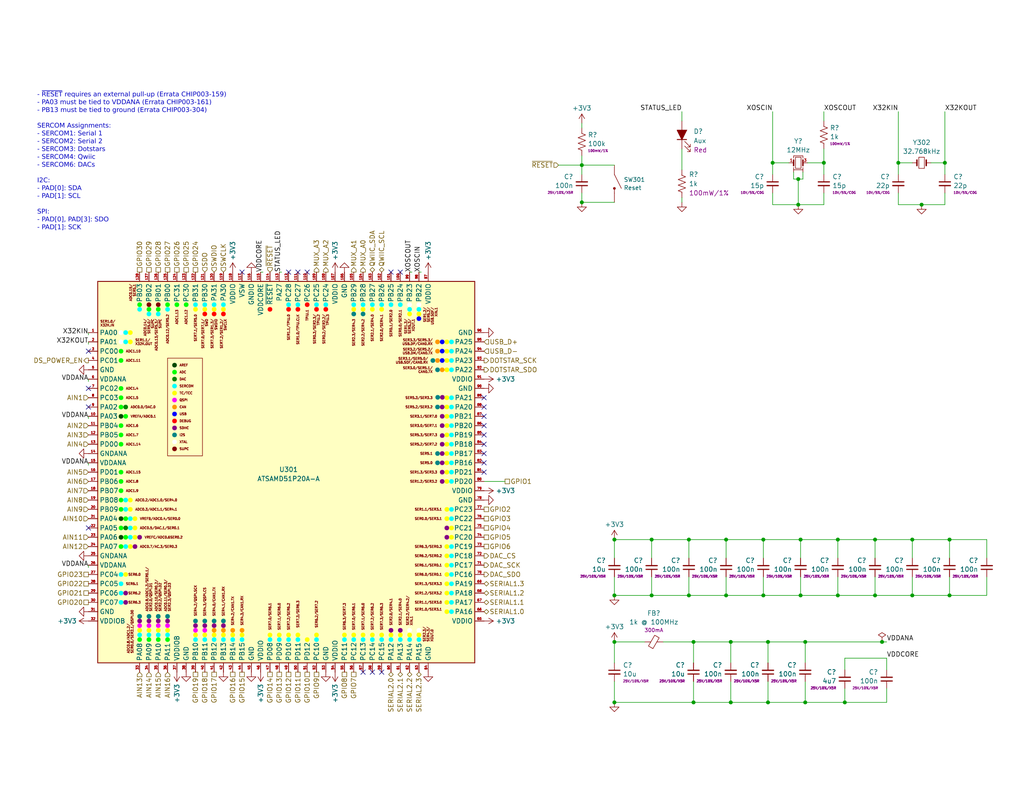
<source format=kicad_sch>
(kicad_sch (version 20230121) (generator eeschema)
  (paper "USLetter")
  (title_block (title "Hubble Motherboard") (date "2021-11-20") (rev "v3") (company "Winterbloom") (comment 1 "Alethea Flowers") (comment 2 "CERN-OHL-P V2") (comment 3 "hubble.wntr.dev"))
  (junction (at 228.6 162.56))
  (junction (at 167.64 175.26))
  (junction (at 219.71 191.77))
  (junction (at 210.82 44.45))
  (junction (at 199.39 175.26))
  (junction (at 158.75 55.245))
  (junction (at 230.505 191.77))
  (junction (at 198.12 162.56))
  (junction (at 158.75 45.085))
  (junction (at 187.96 147.32))
  (junction (at 240.665 175.26))
  (junction (at 198.12 147.32))
  (junction (at 167.64 191.77))
  (junction (at 208.28 147.32))
  (junction (at 219.71 175.26))
  (junction (at 189.23 175.26))
  (junction (at 208.28 162.56))
  (junction (at 209.55 191.77))
  (junction (at 167.64 162.56))
  (junction (at 199.39 191.77))
  (junction (at 228.6 147.32))
  (junction (at 187.96 162.56))
  (junction (at 217.805 55.88))
  (junction (at 218.44 147.32))
  (junction (at 224.79 44.45))
  (junction (at 189.23 191.77))
  (junction (at 217.805 48.895))
  (junction (at 248.92 147.32))
  (junction (at 259.08 162.56))
  (junction (at 238.76 147.32))
  (junction (at 238.76 162.56))
  (junction (at 257.81 44.45))
  (junction (at 177.8 147.32))
  (junction (at 209.55 175.26))
  (junction (at 248.92 162.56))
  (junction (at 245.11 44.45))
  (junction (at 177.8 162.56))
  (junction (at 167.64 147.32))
  (junction (at 259.08 147.32))
  (junction (at 251.46 55.88))
  (junction (at 218.44 162.56))
  (no_connect (at 24.13 106.045))
  (no_connect (at 132.08 126.365))
  (no_connect (at 99.06 183.515))
  (no_connect (at 106.68 74.295))
  (no_connect (at 132.08 121.285))
  (no_connect (at 132.08 108.585))
  (no_connect (at 104.14 183.515))
  (no_connect (at 24.13 111.125))
  (no_connect (at 132.08 123.825))
  (no_connect (at 83.82 74.295))
  (no_connect (at 132.08 113.665))
  (no_connect (at 109.22 74.295))
  (no_connect (at 81.28 74.295))
  (no_connect (at 101.6 183.515))
  (no_connect (at 132.08 128.905))
  (no_connect (at 132.08 116.205))
  (no_connect (at 24.13 95.885))
  (no_connect (at 132.08 111.125))
  (no_connect (at 132.08 118.745))
  (no_connect (at 24.13 144.145))
  (no_connect (at 78.74 74.295))
  (no_connect (at 66.04 74.295))
  (wire (pts (xy 228.6 157.48) (xy 228.6 162.56)))
  (wire (pts (xy 230.505 191.77) (xy 230.505 187.96)))
  (wire (pts (xy 208.28 147.32) (xy 218.44 147.32)))
  (wire (pts (xy 177.8 162.56) (xy 187.96 162.56)))
  (wire (pts (xy 189.23 186.055) (xy 189.23 191.77)))
  (wire (pts (xy 257.81 55.88) (xy 257.81 52.705)))
  (wire (pts (xy 224.79 44.45) (xy 224.79 47.625)))
  (wire (pts (xy 199.39 191.77) (xy 209.55 191.77)))
  (wire (pts (xy 24.13 127) (xy 24.13 126.365)))
  (wire (pts (xy 218.44 162.56) (xy 228.6 162.56)))
  (wire (pts (xy 217.805 55.88) (xy 224.79 55.88)))
  (wire (pts (xy 167.64 191.77) (xy 189.23 191.77)))
  (wire (pts (xy 216.535 48.895) (xy 217.805 48.895)))
  (wire (pts (xy 228.6 147.32) (xy 238.76 147.32)))
  (wire (pts (xy 224.79 55.88) (xy 224.79 52.705)))
  (wire (pts (xy 241.935 179.705) (xy 241.935 182.88)))
  (wire (pts (xy 248.92 157.48) (xy 248.92 162.56)))
  (wire (pts (xy 257.81 44.45) (xy 257.81 47.625)))
  (wire (pts (xy 210.82 30.48) (xy 210.82 44.45)))
  (wire (pts (xy 158.75 42.545) (xy 158.75 45.085)))
  (wire (pts (xy 210.82 52.705) (xy 210.82 55.88)))
  (wire (pts (xy 259.08 157.48) (xy 259.08 162.56)))
  (wire (pts (xy 238.76 157.48) (xy 238.76 162.56)))
  (wire (pts (xy 218.44 152.4) (xy 218.44 147.32)))
  (wire (pts (xy 158.75 45.085) (xy 167.64 45.085)))
  (wire (pts (xy 209.55 191.77) (xy 219.71 191.77)))
  (wire (pts (xy 208.28 147.32) (xy 208.28 152.4)))
  (wire (pts (xy 259.08 147.32) (xy 259.08 152.4)))
  (wire (pts (xy 167.64 147.32) (xy 177.8 147.32)))
  (wire (pts (xy 177.8 157.48) (xy 177.8 162.56)))
  (wire (pts (xy 198.12 147.32) (xy 208.28 147.32)))
  (wire (pts (xy 187.96 157.48) (xy 187.96 162.56)))
  (wire (pts (xy 219.71 186.055) (xy 219.71 191.77)))
  (wire (pts (xy 259.08 147.32) (xy 269.24 147.32)))
  (wire (pts (xy 241.935 187.96) (xy 241.935 191.77)))
  (wire (pts (xy 167.64 55.245) (xy 158.75 55.245)))
  (wire (pts (xy 228.6 162.56) (xy 238.76 162.56)))
  (wire (pts (xy 137.795 131.445) (xy 132.08 131.445)))
  (wire (pts (xy 167.64 162.56) (xy 177.8 162.56)))
  (wire (pts (xy 259.08 162.56) (xy 269.24 162.56)))
  (wire (pts (xy 224.79 40.64) (xy 224.79 44.45)))
  (wire (pts (xy 241.935 175.26) (xy 240.665 175.26)))
  (wire (pts (xy 167.64 157.48) (xy 167.64 162.56)))
  (wire (pts (xy 177.8 152.4) (xy 177.8 147.32)))
  (wire (pts (xy 218.44 157.48) (xy 218.44 162.56)))
  (wire (pts (xy 187.96 147.32) (xy 187.96 152.4)))
  (wire (pts (xy 187.96 147.32) (xy 198.12 147.32)))
  (wire (pts (xy 158.75 33.655) (xy 158.75 34.925)))
  (wire (pts (xy 245.11 44.45) (xy 248.92 44.45)))
  (wire (pts (xy 167.64 186.055) (xy 167.64 191.77)))
  (wire (pts (xy 257.81 30.48) (xy 257.81 44.45)))
  (wire (pts (xy 219.71 175.26) (xy 219.71 180.975)))
  (wire (pts (xy 24.13 93.98) (xy 24.13 93.345)))
  (wire (pts (xy 76.2 74.295) (xy 76.835 74.295)))
  (wire (pts (xy 248.92 162.56) (xy 259.08 162.56)))
  (wire (pts (xy 217.805 48.895) (xy 217.805 55.88)))
  (wire (pts (xy 167.64 147.32) (xy 167.64 152.4)))
  (wire (pts (xy 248.92 152.4) (xy 248.92 147.32)))
  (wire (pts (xy 189.23 175.26) (xy 199.39 175.26)))
  (wire (pts (xy 71.755 74.295) (xy 71.12 74.295)))
  (wire (pts (xy 210.82 55.88) (xy 217.805 55.88)))
  (wire (pts (xy 228.6 152.4) (xy 228.6 147.32)))
  (wire (pts (xy 219.075 46.99) (xy 219.075 48.895)))
  (wire (pts (xy 254 44.45) (xy 257.81 44.45)))
  (wire (pts (xy 251.46 55.88) (xy 257.81 55.88)))
  (wire (pts (xy 245.11 44.45) (xy 245.11 47.625)))
  (wire (pts (xy 218.44 147.32) (xy 228.6 147.32)))
  (wire (pts (xy 114.935 74.295) (xy 114.3 74.295)))
  (wire (pts (xy 186.055 53.975) (xy 186.055 55.245)))
  (wire (pts (xy 245.11 52.705) (xy 245.11 55.88)))
  (wire (pts (xy 230.505 179.705) (xy 241.935 179.705)))
  (wire (pts (xy 269.24 157.48) (xy 269.24 162.56)))
  (wire (pts (xy 238.76 162.56) (xy 248.92 162.56)))
  (wire (pts (xy 198.12 152.4) (xy 198.12 147.32)))
  (wire (pts (xy 209.55 175.26) (xy 219.71 175.26)))
  (wire (pts (xy 230.505 182.88) (xy 230.505 179.705)))
  (wire (pts (xy 24.13 114.3) (xy 24.13 113.665)))
  (wire (pts (xy 219.71 191.77) (xy 230.505 191.77)))
  (wire (pts (xy 112.395 74.295) (xy 111.76 74.295)))
  (wire (pts (xy 217.805 48.895) (xy 219.075 48.895)))
  (wire (pts (xy 189.23 180.975) (xy 189.23 175.26)))
  (wire (pts (xy 210.82 47.625) (xy 210.82 44.45)))
  (wire (pts (xy 208.28 157.48) (xy 208.28 162.56)))
  (wire (pts (xy 238.76 147.32) (xy 238.76 152.4)))
  (wire (pts (xy 241.935 191.77) (xy 230.505 191.77)))
  (wire (pts (xy 189.23 191.77) (xy 199.39 191.77)))
  (wire (pts (xy 158.75 47.625) (xy 158.75 45.085)))
  (wire (pts (xy 186.055 30.48) (xy 186.055 33.02)))
  (wire (pts (xy 177.8 147.32) (xy 187.96 147.32)))
  (wire (pts (xy 158.75 55.245) (xy 158.75 52.705)))
  (wire (pts (xy 216.535 46.99) (xy 216.535 48.895)))
  (wire (pts (xy 210.82 44.45) (xy 215.265 44.45)))
  (wire (pts (xy 199.39 186.055) (xy 199.39 191.77)))
  (wire (pts (xy 269.24 147.32) (xy 269.24 152.4)))
  (wire (pts (xy 199.39 175.26) (xy 199.39 180.975)))
  (wire (pts (xy 186.055 46.355) (xy 186.055 40.64)))
  (wire (pts (xy 224.79 33.02) (xy 224.79 30.48)))
  (wire (pts (xy 167.64 180.975) (xy 167.64 175.26)))
  (wire (pts (xy 24.13 154.94) (xy 24.13 154.305)))
  (wire (pts (xy 245.11 30.48) (xy 245.11 44.45)))
  (wire (pts (xy 209.55 180.975) (xy 209.55 175.26)))
  (wire (pts (xy 152.4 45.085) (xy 158.75 45.085)))
  (wire (pts (xy 240.665 175.26) (xy 219.71 175.26)))
  (wire (pts (xy 198.12 157.48) (xy 198.12 162.56)))
  (wire (pts (xy 199.39 175.26) (xy 209.55 175.26)))
  (wire (pts (xy 248.92 147.32) (xy 259.08 147.32)))
  (wire (pts (xy 24.13 104.14) (xy 24.13 103.505)))
  (wire (pts (xy 238.76 147.32) (xy 248.92 147.32)))
  (wire (pts (xy 198.12 162.56) (xy 208.28 162.56)))
  (wire (pts (xy 209.55 186.055) (xy 209.55 191.77)))
  (wire (pts (xy 220.345 44.45) (xy 224.79 44.45)))
  (wire (pts (xy 187.96 162.56) (xy 198.12 162.56)))
  (wire (pts (xy 245.11 55.88) (xy 251.46 55.88)))
  (wire (pts (xy 180.975 175.26) (xy 189.23 175.26)))
  (wire (pts (xy 208.28 162.56) (xy 218.44 162.56)))
  (wire (pts (xy 167.64 175.26) (xy 175.895 175.26)))
  (wire (pts (xy 24.13 91.44) (xy 24.13 90.805)))
  (text "- ~{RESET} requires an external pull-up (Errata CHIP003-159)\n- PA03 must be tied to VDDANA (Errata CHIP003-161)\n- PB13 must be tied to ground (Errata CHIP003-304)\n\nSERCOM Assignments:\n- SERCOM1: Serial 1\n- SERCOM2: Serial 2\n- SERCOM3: Dotstars\n- SERCOM4: Qwiic\n- SERCOM6: DACs\n\nI2C:\n- PAD[0]: SDA\n- PAD[1]: SCL\n\nSPI:\n- PAD[0], PAD[3]: SDO\n- PAD[1]: SCK" (at 10.16 63.5 0) (effects (font (size 1.27 1.27)) (justify left bottom)))
  (label "XOSCIN" (at 114.935 74.295 90))
  (label "VDDCORE" (at 71.755 74.295 90))
  (label "VDDANA" (at 24.13 104.14 180))
  (label "XOSCIN" (at 210.82 30.48 180))
  (label "STATUS_LED" (at 186.055 30.48 180))
  (label "VDDANA" (at 24.13 114.3 180))
  (label "X32KIN" (at 24.13 91.44 180))
  (label "VDDANA" (at 24.13 154.94 180))
  (label "VDDANA" (at 24.13 127 180))
  (label "VDDANA" (at 241.935 175.26 0))
  (label "X32KOUT" (at 257.81 30.48 0))
  (label "VDDCORE" (at 241.935 179.705 0))
  (label "STATUS_LED" (at 76.835 74.295 90))
  (label "X32KIN" (at 245.11 30.48 180))
  (label "XOSCOUT" (at 224.79 30.48 0))
  (label "XOSCOUT" (at 112.395 74.295 90))
  (label "X32KOUT" (at 24.13 93.98 180))
  (hierarchical_label "SERIAL1.3" (shape bidirectional) (at 132.08 159.385 0))
  (hierarchical_label "GPIO16" (shape passive) (at 63.5 183.515 270))
  (hierarchical_label "AIN15" (shape input) (at 43.18 183.515 270))
  (hierarchical_label "SERIAL2.2" (shape bidirectional) (at 111.76 183.515 270))
  (hierarchical_label "DOTSTAR_SCK" (shape output) (at 132.08 98.425 0))
  (hierarchical_label "SERIAL2.1" (shape bidirectional) (at 109.22 183.515 270))
  (hierarchical_label "USB_D+" (shape input) (at 132.08 93.345 0))
  (hierarchical_label "GPIO2" (shape passive) (at 132.08 139.065 0))
  (hierarchical_label "AIN13" (shape input) (at 38.1 183.515 270))
  (hierarchical_label "GPIO13" (shape passive) (at 76.2 183.515 270))
  (hierarchical_label "DAC_CS" (shape output) (at 132.08 151.765 0))
  (hierarchical_label "AIN10" (shape input) (at 24.13 141.605 180))
  (hierarchical_label "MUX_A1" (shape output) (at 96.52 74.295 90))
  (hierarchical_label "GPIO5" (shape passive) (at 132.08 146.685 0))
  (hierarchical_label "SERIAL1.2" (shape bidirectional) (at 132.08 161.925 0))
  (hierarchical_label "SDO" (shape input) (at 55.88 74.295 90))
  (hierarchical_label "SWCLK" (shape input) (at 60.96 74.295 90))
  (hierarchical_label "GPIO21" (shape passive) (at 24.13 161.925 180))
  (hierarchical_label "SERIAL1.0" (shape bidirectional) (at 132.08 167.005 0))
  (hierarchical_label "GPIO26" (shape passive) (at 48.26 74.295 90))
  (hierarchical_label "GPIO30" (shape passive) (at 38.1 74.295 90))
  (hierarchical_label "GPIO11" (shape passive) (at 81.28 183.515 270))
  (hierarchical_label "AIN2" (shape input) (at 24.13 116.205 180))
  (hierarchical_label "AIN8" (shape input) (at 24.13 136.525 180))
  (hierarchical_label "AIN14" (shape input) (at 40.64 183.515 270))
  (hierarchical_label "DS_POWER_EN" (shape output) (at 24.13 98.425 180))
  (hierarchical_label "DAC_SCK" (shape output) (at 132.08 154.305 0))
  (hierarchical_label "AIN3" (shape input) (at 24.13 118.745 180))
  (hierarchical_label "GPIO24" (shape passive) (at 53.34 74.295 90))
  (hierarchical_label "GPIO29" (shape passive) (at 40.64 74.295 90))
  (hierarchical_label "AIN4" (shape input) (at 24.13 121.285 180))
  (hierarchical_label "GPIO23" (shape passive) (at 24.13 156.845 180))
  (hierarchical_label "USB_D-" (shape input) (at 132.08 95.885 0))
  (hierarchical_label "AIN11" (shape input) (at 24.13 146.685 180))
  (hierarchical_label "~{RESET}" (shape input) (at 73.66 74.295 90))
  (hierarchical_label "SERIAL1.1" (shape bidirectional) (at 132.08 164.465 0))
  (hierarchical_label "GPIO7" (shape passive) (at 96.52 183.515 270))
  (hierarchical_label "GPIO18" (shape passive) (at 55.88 183.515 270))
  (hierarchical_label "GPIO19" (shape passive) (at 53.34 183.515 270))
  (hierarchical_label "DAC_SDO" (shape output) (at 132.08 156.845 0))
  (hierarchical_label "GPIO15" (shape passive) (at 66.04 183.515 270))
  (hierarchical_label "AIN7" (shape input) (at 24.13 133.985 180))
  (hierarchical_label "MUX_A3" (shape output) (at 86.36 74.295 90))
  (hierarchical_label "GPIO6" (shape passive) (at 132.08 149.225 0))
  (hierarchical_label "GPIO27" (shape passive) (at 45.72 74.295 90))
  (hierarchical_label "GPIO4" (shape passive) (at 132.08 144.145 0))
  (hierarchical_label "SERIAL2.3" (shape bidirectional) (at 114.3 183.515 270))
  (hierarchical_label "~{RESET}" (shape input) (at 152.4 45.085 180))
  (hierarchical_label "MUX_A2" (shape output) (at 88.9 74.295 90))
  (hierarchical_label "GPIO14" (shape passive) (at 73.66 183.515 270))
  (hierarchical_label "GPIO17" (shape passive) (at 58.42 183.515 270))
  (hierarchical_label "GPIO9" (shape passive) (at 86.36 183.515 270))
  (hierarchical_label "QWIIC_SDA" (shape bidirectional) (at 101.6 74.295 90))
  (hierarchical_label "AIN9" (shape input) (at 24.13 139.065 180))
  (hierarchical_label "SERIAL2.0" (shape bidirectional) (at 106.68 183.515 270))
  (hierarchical_label "AIN12" (shape input) (at 24.13 149.225 180))
  (hierarchical_label "AIN5" (shape input) (at 24.13 128.905 180))
  (hierarchical_label "AIN1" (shape input) (at 24.13 108.585 180))
  (hierarchical_label "GPIO28" (shape passive) (at 43.18 74.295 90))
  (hierarchical_label "DOTSTAR_SDO" (shape output) (at 132.08 100.965 0))
  (hierarchical_label "GPIO8" (shape passive) (at 93.98 183.515 270))
  (hierarchical_label "GPIO20" (shape passive) (at 24.13 164.465 180))
  (hierarchical_label "QWIIC_SCL" (shape bidirectional) (at 104.14 74.295 90))
  (hierarchical_label "GPIO25" (shape passive) (at 50.8 74.295 90))
  (hierarchical_label "AIN16" (shape input) (at 45.72 183.515 270))
  (hierarchical_label "SWDIO" (shape input) (at 58.42 74.295 90))
  (hierarchical_label "GPIO22" (shape passive) (at 24.13 159.385 180))
  (hierarchical_label "GPIO10" (shape passive) (at 83.82 183.515 270))
  (hierarchical_label "AIN6" (shape input) (at 24.13 131.445 180))
  (hierarchical_label "GPIO12" (shape passive) (at 78.74 183.515 270))
  (hierarchical_label "GPIO3" (shape passive) (at 132.08 141.605 0))
  (hierarchical_label "GPIO1" (shape passive) (at 137.795 131.445 0))
  (hierarchical_label "MUX_A0" (shape output) (at 99.06 74.295 90))
  (symbol (lib_id "Device:Crystal_Small") (at 251.46 44.45 0) (unit 1)
    (property "Reference" "Y302" (at 251.46 38.9087 0))
    (property "Value" "32.768kHz" (at 251.46 41.3329 0))
    (property "Footprint" "Crystal:Crystal_SMD_2012-2Pin_2.0x1.2mm_HandSoldering" (effects hide))
  )
  (symbol (lib_id "Device:C_Small") (at 167.64 154.94 0) (mirror x) (unit 1)
    (property "Reference" "C?" (at 165.3159 153.0162 0) (effects (justify right)))
    (property "Value" "10u" (at 165.3159 155.4404 0) (effects (justify right)))
    (property "Footprint" "winterbloom:C_0805_HandSolder" (effects hide))
    (property "Notes" "Bulk/bypass" (effects hide))
    (property "Rating" "25V/10%/X5R" (at 165.3159 157.3578 0) (effects (font (size 0.64 0.64)) (justify right)))
    (property "MPN" "GRM21BR61E106KA73K" (effects hide))
    (instances (project "board" (path "" (reference "C?") (unit 1))) (project "mainboard" (path "" (reference "C?") (unit 1))) (project "VCA" (path "" (reference "C?") (unit 1)) (path "" (reference "C?") (unit 1))) (project "hubble" (path "" (reference "C?") (unit 1)) (path "" (reference "C306") (unit 1))))
  )
  (symbol (lib_id "power:GND") (at 24.13 167.005 270) (unit 1)
    (property "Reference" "#PWR0321" (effects hide))
    (property "Value" "GND" (effects hide))
  )
  (symbol (lib_id "Device:C_Small") (at 269.24 154.94 0) (mirror x) (unit 1)
    (property "Reference" "C?" (at 266.9159 153.0162 0) (effects (justify right)))
    (property "Value" "100n" (at 266.9159 155.4404 0) (effects (justify right)))
    (property "Footprint" "winterbloom:C_0603_HandSolder" (effects hide))
    (property "Notes" "Bypass" (effects hide))
    (property "Rating" "25V/10%/X5R" (at 266.9159 157.3578 0) (effects (font (size 0.64 0.64)) (justify right)))
    (instances (project "board" (path "" (reference "C?") (unit 1))) (project "mainboard" (path "" (reference "C?") (unit 1))) (project "VCA" (path "" (reference "C?") (unit 1)) (path "" (reference "C?") (unit 1))) (project "hubble" (path "" (reference "C?") (unit 1)) (path "" (reference "C323") (unit 1))))
  )
  (symbol (lib_id "Device:FerriteBead_Small") (at 178.435 175.26 90) (unit 1)
    (property "Reference" "FB?" (at 178.3969 167.4243 90))
    (property "Value" "1k @ 100MHz" (at 178.3969 169.8485 90))
    (property "Footprint" "winterbloom:L_0603_HandSolder" (effects hide))
    (property "MPN" "BLM18BD121SN1D" (effects hide))
    (property "Notes" "Power filter" (effects hide))
    (property "Rating" "300mA" (at 178.3969 172.0554 90) (effects (font (size 1 1))))
    (instances (project "mainboard" (path "" (reference "FB?") (unit 1))) (project "hubble" (path "" (reference "FB301") (unit 1))))
  )
  (symbol (lib_id "power:+3V3") (at 167.64 175.26 0) (unit 1)
    (property "Reference" "#PWR0324" (effects hide))
    (property "Value" "+3V3" (at 167.64 171.1269 0))
  )
  (symbol (lib_id "Device:C_Small") (at 257.81 50.165 0) (unit 1)
    (property "Reference" "C?" (at 260.1341 48.2539 0) (effects (justify left)))
    (property "Value" "22p" (at 260.1341 50.6781 0) (effects (justify left)))
    (property "Footprint" "winterbloom:C_0603_HandSolder" (effects hide))
    (property "Rating" "10V/5%/C0G" (at 260.1341 52.5955 0) (effects (font (size 0.64 0.64)) (justify left)))
    (instances (project "starfish" (path "" (reference "C?") (unit 1))) (project "hubble" (path "" (reference "C305") (unit 1))))
  )
  (symbol (lib_id "power:GND") (at 24.13 100.965 270) (unit 1)
    (property "Reference" "#PWR0312" (effects hide))
    (property "Value" "GND" (effects hide))
  )
  (symbol (lib_id "winterbloom:ATSAMD51P20A-A") (at 78.74 128.905 0) (unit 1)
    (property "Reference" "U301" (at 78.74 128.905 0) (effects (justify bottom)))
    (property "Value" "ATSAMD51P20A-A" (at 78.74 131.445 0) (effects (justify bottom)))
    (property "Footprint" "Package_QFP:TQFP-128_14x14mm_P0.4mm" (effects hide))
    (property "Datasheet" "http://ww1.microchip.com/downloads/en/DeviceDoc/60001507E.pdf" (effects hide))
    (property "MPN" "ATSAMD51P20A-A" (effects hide))
  )
  (symbol (lib_id "power:+3V3") (at 167.64 147.32 0) (unit 1)
    (property "Reference" "#PWR0318" (effects hide))
    (property "Value" "+3V3" (at 167.64 143.1869 0))
  )
  (symbol (lib_id "power:GND") (at 132.08 90.805 90) (unit 1)
    (property "Reference" "#PWR0311" (effects hide))
    (property "Value" "GND" (effects hide))
  )
  (symbol (lib_id "Device:C_Small") (at 224.79 50.165 0) (unit 1)
    (property "Reference" "C?" (at 227.1141 48.2539 0) (effects (justify left)))
    (property "Value" "15p" (at 227.1141 50.6781 0) (effects (justify left)))
    (property "Footprint" "winterbloom:C_0603_HandSolder" (effects hide))
    (property "Rating" "10V/5%/C0G" (at 227.1141 52.5955 0) (effects (font (size 0.64 0.64)) (justify left)))
    (instances (project "starfish" (path "" (reference "C?") (unit 1))) (project "hubble" (path "" (reference "C303") (unit 1))))
  )
  (symbol (lib_id "power:GND") (at 116.84 183.515 0) (unit 1)
    (property "Reference" "#PWR0332" (effects hide))
    (property "Value" "GND" (effects hide))
  )
  (symbol (lib_id "power:+3V3") (at 71.12 183.515 180) (unit 1)
    (property "Reference" "#PWR0329" (effects hide))
    (property "Value" "+3V3" (at 71.12 186.69 90) (effects (justify left)))
  )
  (symbol (lib_id "power:+3V3") (at 132.08 103.505 270) (unit 1)
    (property "Reference" "#PWR0313" (effects hide))
    (property "Value" "+3V3" (at 135.255 103.505 90) (effects (justify left)))
  )
  (symbol (lib_id "power:GND") (at 132.08 106.045 90) (unit 1)
    (property "Reference" "#PWR0314" (effects hide))
    (property "Value" "GND" (effects hide))
  )
  (symbol (lib_id "Device:C_Small") (at 228.6 154.94 0) (mirror x) (unit 1)
    (property "Reference" "C?" (at 226.2759 153.0162 0) (effects (justify right)))
    (property "Value" "100n" (at 226.2759 155.4404 0) (effects (justify right)))
    (property "Footprint" "winterbloom:C_0603_HandSolder" (effects hide))
    (property "Notes" "Bypass" (effects hide))
    (property "Rating" "25V/10%/X5R" (at 226.2759 157.3578 0) (effects (font (size 0.64 0.64)) (justify right)))
    (instances (project "board" (path "" (reference "C?") (unit 1))) (project "mainboard" (path "" (reference "C?") (unit 1))) (project "VCA" (path "" (reference "C?") (unit 1)) (path "" (reference "C?") (unit 1))) (project "hubble" (path "" (reference "C?") (unit 1)) (path "" (reference "C312") (unit 1))))
  )
  (symbol (lib_id "power:+3V3") (at 63.5 74.295 0) (unit 1)
    (property "Reference" "#PWR0306" (effects hide))
    (property "Value" "+3V3" (at 63.5 71.12 90) (effects (justify left)))
  )
  (symbol (lib_id "power:GND") (at 167.64 191.77 0) (unit 1)
    (property "Reference" "#PWR0333" (effects hide))
    (property "Value" "GND" (effects hide))
  )
  (symbol (lib_id "Device:R_US") (at 224.79 36.83 0) (unit 1)
    (property "Reference" "R?" (at 226.441 34.9126 0) (effects (justify left)))
    (property "Value" "1k" (at 226.441 37.3368 0) (effects (justify left)))
    (property "Footprint" "winterbloom:R_0603_HandSolder" (effects hide))
    (property "Rating" "100mW/1%" (at 226.441 39.2542 0) (effects (font (size 0.64 0.64)) (justify left)))
    (instances (project "starfish" (path "" (reference "R?") (unit 1))) (project "hubble" (path "" (reference "R301") (unit 1))))
  )
  (symbol (lib_id "Device:C_Small") (at 189.23 183.515 0) (mirror x) (unit 1)
    (property "Reference" "C?" (at 186.9059 181.5912 0) (effects (justify right)))
    (property "Value" "10u" (at 186.9059 184.0154 0) (effects (justify right)))
    (property "Footprint" "winterbloom:C_0805_HandSolder" (effects hide))
    (property "Notes" "Bulk/bypass" (effects hide))
    (property "Rating" "25V/10%/X5R" (at 186.9059 185.9328 0) (effects (font (size 0.64 0.64)) (justify right)))
    (property "MPN" "GRM21BR61E106KA73K" (effects hide))
    (instances (project "board" (path "" (reference "C?") (unit 1))) (project "mainboard" (path "" (reference "C?") (unit 1))) (project "VCA" (path "" (reference "C?") (unit 1)) (path "" (reference "C?") (unit 1))) (project "hubble" (path "" (reference "C?") (unit 1)) (path "" (reference "C317") (unit 1))))
  )
  (symbol (lib_id "Device:C_Small") (at 210.82 50.165 0) (unit 1)
    (property "Reference" "C?" (at 208.4959 48.2539 0) (effects (justify right)))
    (property "Value" "15p" (at 208.4959 50.6781 0) (effects (justify right)))
    (property "Footprint" "winterbloom:C_0603_HandSolder" (effects hide))
    (property "Rating" "10V/5%/C0G" (at 208.4959 52.5955 0) (effects (font (size 0.64 0.64)) (justify right)))
    (instances (project "starfish" (path "" (reference "C?") (unit 1))) (project "hubble" (path "" (reference "C302") (unit 1))))
  )
  (symbol (lib_id "power:GND") (at 132.08 136.525 90) (unit 1)
    (property "Reference" "#PWR0317" (effects hide))
    (property "Value" "GND" (effects hide))
  )
  (symbol (lib_id "Device:C_Small") (at 241.935 185.42 0) (mirror x) (unit 1)
    (property "Reference" "C?" (at 239.6109 183.4962 0) (effects (justify right)))
    (property "Value" "100n" (at 239.6109 185.9204 0) (effects (justify right)))
    (property "Footprint" "winterbloom:C_0603_HandSolder" (effects hide))
    (property "Notes" "Bypass" (effects hide))
    (property "Rating" "25V/10%/X5R" (at 239.6109 187.8378 0) (effects (font (size 0.64 0.64)) (justify right)))
    (instances (project "board" (path "" (reference "C?") (unit 1))) (project "mainboard" (path "" (reference "C?") (unit 1))) (project "VCA" (path "" (reference "C?") (unit 1)) (path "" (reference "C?") (unit 1))) (project "hubble" (path "" (reference "C?") (unit 1)) (path "" (reference "C322") (unit 1))))
  )
  (symbol (lib_id "Device:C_Small") (at 208.28 154.94 0) (mirror x) (unit 1)
    (property "Reference" "C?" (at 205.9559 153.0162 0) (effects (justify right)))
    (property "Value" "100n" (at 205.9559 155.4404 0) (effects (justify right)))
    (property "Footprint" "winterbloom:C_0603_HandSolder" (effects hide))
    (property "Notes" "Bypass" (effects hide))
    (property "Rating" "25V/10%/X5R" (at 205.9559 157.3578 0) (effects (font (size 0.64 0.64)) (justify right)))
    (instances (project "board" (path "" (reference "C?") (unit 1))) (project "mainboard" (path "" (reference "C?") (unit 1))) (project "VCA" (path "" (reference "C?") (unit 1)) (path "" (reference "C?") (unit 1))) (project "hubble" (path "" (reference "C?") (unit 1)) (path "" (reference "C310") (unit 1))))
  )
  (symbol (lib_id "power:+3V3") (at 91.44 74.295 0) (unit 1)
    (property "Reference" "#PWR0308" (effects hide))
    (property "Value" "+3V3" (at 91.44 71.12 90) (effects (justify left)))
  )
  (symbol (lib_id "power:GND") (at 186.055 55.245 0) (unit 1)
    (property "Reference" "#PWR0303" (effects hide))
    (property "Value" "GND" (effects hide))
  )
  (symbol (lib_id "power:GND") (at 24.13 151.765 270) (unit 1)
    (property "Reference" "#PWR0319" (effects hide))
    (property "Value" "GND" (effects hide))
  )
  (symbol (lib_id "power:+3V3") (at 116.84 74.295 0) (unit 1)
    (property "Reference" "#PWR0310" (effects hide))
    (property "Value" "+3V3" (at 116.84 71.12 90) (effects (justify left)))
  )
  (symbol (lib_id "power:+3V3") (at 132.08 169.545 270) (unit 1)
    (property "Reference" "#PWR0323" (effects hide))
    (property "Value" "+3V3" (at 135.255 169.545 90) (effects (justify left)))
  )
  (symbol (lib_id "Device:C_Small") (at 158.75 50.165 0) (mirror x) (unit 1)
    (property "Reference" "C?" (at 156.4259 48.2412 0) (effects (justify right)))
    (property "Value" "100n" (at 156.4259 50.6654 0) (effects (justify right)))
    (property "Footprint" "winterbloom:C_0603_HandSolder" (effects hide))
    (property "Notes" "Bypass" (effects hide))
    (property "Rating" "25V/10%/X5R" (at 156.4259 52.5828 0) (effects (font (size 0.64 0.64)) (justify right)))
    (instances (project "board" (path "" (reference "C?") (unit 1))) (project "mainboard" (path "" (reference "C?") (unit 1))) (project "VCA" (path "" (reference "C?") (unit 1)) (path "" (reference "C?") (unit 1))) (project "hubble" (path "" (reference "C?") (unit 1)) (path "" (reference "C301") (unit 1))))
  )
  (symbol (lib_id "Device:C_Small") (at 199.39 183.515 0) (mirror x) (unit 1)
    (property "Reference" "C?" (at 197.0659 181.5912 0) (effects (justify right)))
    (property "Value" "100n" (at 197.0659 184.0154 0) (effects (justify right)))
    (property "Footprint" "winterbloom:C_0603_HandSolder" (effects hide))
    (property "Notes" "Bypass" (effects hide))
    (property "Rating" "25V/10%/X5R" (at 197.0659 185.9328 0) (effects (font (size 0.64 0.64)) (justify right)))
    (instances (project "board" (path "" (reference "C?") (unit 1))) (project "mainboard" (path "" (reference "C?") (unit 1))) (project "VCA" (path "" (reference "C?") (unit 1)) (path "" (reference "C?") (unit 1))) (project "hubble" (path "" (reference "C?") (unit 1)) (path "" (reference "C318") (unit 1))))
  )
  (symbol (lib_id "Device:C_Small") (at 245.11 50.165 0) (unit 1)
    (property "Reference" "C?" (at 242.7859 48.2539 0) (effects (justify right)))
    (property "Value" "22p" (at 242.7859 50.6781 0) (effects (justify right)))
    (property "Footprint" "winterbloom:C_0603_HandSolder" (effects hide))
    (property "Rating" "10V/5%/C0G" (at 242.7859 52.5955 0) (effects (font (size 0.64 0.64)) (justify right)))
    (instances (project "starfish" (path "" (reference "C?") (unit 1))) (project "hubble" (path "" (reference "C304") (unit 1))))
  )
  (symbol (lib_id "Device:C_Small") (at 230.505 185.42 0) (mirror x) (unit 1)
    (property "Reference" "C?" (at 228.1809 183.4962 0) (effects (justify right)))
    (property "Value" "4u7" (at 228.1809 185.9204 0) (effects (justify right)))
    (property "Footprint" "winterbloom:C_0603_HandSolder" (effects hide))
    (property "Notes" "Bypass cap" (effects hide))
    (property "Rating" "25V/10%/X5R" (at 228.1809 187.8378 0) (effects (font (size 0.64 0.64)) (justify right)))
    (property "MPN" "CL10B104KB8NNNC" (effects hide))
    (instances (project "board" (path "" (reference "C?") (unit 1))) (project "mainboard" (path "" (reference "C?") (unit 1))) (project "VCA" (path "" (reference "C?") (unit 1)) (path "" (reference "C?") (unit 1))) (project "hubble" (path "" (reference "C?") (unit 1)) (path "" (reference "C321") (unit 1))))
  )
  (symbol (lib_id "power:GND") (at 251.46 55.88 0) (unit 1)
    (property "Reference" "#PWR?" (effects hide))
    (property "Value" "GND" (effects hide))
    (instances (project "starfish" (path "" (reference "#PWR?") (unit 1))) (project "hubble" (path "" (reference "#PWR0305") (unit 1))))
  )
  (symbol (lib_id "power:GND") (at 68.58 183.515 0) (unit 1)
    (property "Reference" "#PWR0328" (effects hide))
    (property "Value" "GND" (effects hide))
  )
  (symbol (lib_id "Device:C_Small") (at 177.8 154.94 0) (mirror x) (unit 1)
    (property "Reference" "C?" (at 175.4759 153.0162 0) (effects (justify right)))
    (property "Value" "100n" (at 175.4759 155.4404 0) (effects (justify right)))
    (property "Footprint" "winterbloom:C_0603_HandSolder" (effects hide))
    (property "Notes" "Bypass" (effects hide))
    (property "Rating" "25V/10%/X5R" (at 175.4759 157.3578 0) (effects (font (size 0.64 0.64)) (justify right)))
    (instances (project "board" (path "" (reference "C?") (unit 1))) (project "mainboard" (path "" (reference "C?") (unit 1))) (project "VCA" (path "" (reference "C?") (unit 1)) (path "" (reference "C?") (unit 1))) (project "hubble" (path "" (reference "C?") (unit 1)) (path "" (reference "C307") (unit 1))))
  )
  (symbol (lib_id "Device:C_Small") (at 259.08 154.94 0) (mirror x) (unit 1)
    (property "Reference" "C?" (at 256.7559 153.0162 0) (effects (justify right)))
    (property "Value" "100n" (at 256.7559 155.4404 0) (effects (justify right)))
    (property "Footprint" "winterbloom:C_0603_HandSolder" (effects hide))
    (property "Notes" "Bypass" (effects hide))
    (property "Rating" "25V/10%/X5R" (at 256.7559 157.3578 0) (effects (font (size 0.64 0.64)) (justify right)))
    (instances (project "board" (path "" (reference "C?") (unit 1))) (project "mainboard" (path "" (reference "C?") (unit 1))) (project "VCA" (path "" (reference "C?") (unit 1)) (path "" (reference "C?") (unit 1))) (project "hubble" (path "" (reference "C?") (unit 1)) (path "" (reference "C315") (unit 1))))
  )
  (symbol (lib_id "power:GND") (at 50.8 183.515 0) (unit 1)
    (property "Reference" "#PWR0326" (effects hide))
    (property "Value" "GND" (effects hide))
  )
  (symbol (lib_id "Device:C_Small") (at 209.55 183.515 0) (mirror x) (unit 1)
    (property "Reference" "C?" (at 207.2259 181.5912 0) (effects (justify right)))
    (property "Value" "100n" (at 207.2259 184.0154 0) (effects (justify right)))
    (property "Footprint" "winterbloom:C_0603_HandSolder" (effects hide))
    (property "Notes" "Bypass" (effects hide))
    (property "Rating" "25V/10%/X5R" (at 207.2259 185.9328 0) (effects (font (size 0.64 0.64)) (justify right)))
    (instances (project "board" (path "" (reference "C?") (unit 1))) (project "mainboard" (path "" (reference "C?") (unit 1))) (project "VCA" (path "" (reference "C?") (unit 1)) (path "" (reference "C?") (unit 1))) (project "hubble" (path "" (reference "C?") (unit 1)) (path "" (reference "C319") (unit 1))))
  )
  (symbol (lib_id "power:+3V3") (at 24.13 169.545 90) (unit 1)
    (property "Reference" "#PWR0322" (effects hide))
    (property "Value" "+3V3" (at 20.955 169.545 90) (effects (justify left)))
  )
  (symbol (lib_id "Device:C_Small") (at 187.96 154.94 0) (mirror x) (unit 1)
    (property "Reference" "C?" (at 185.6359 153.0162 0) (effects (justify right)))
    (property "Value" "100n" (at 185.6359 155.4404 0) (effects (justify right)))
    (property "Footprint" "winterbloom:C_0603_HandSolder" (effects hide))
    (property "Notes" "Bypass" (effects hide))
    (property "Rating" "25V/10%/X5R" (at 185.6359 157.3578 0) (effects (font (size 0.64 0.64)) (justify right)))
    (instances (project "board" (path "" (reference "C?") (unit 1))) (project "mainboard" (path "" (reference "C?") (unit 1))) (project "VCA" (path "" (reference "C?") (unit 1)) (path "" (reference "C?") (unit 1))) (project "hubble" (path "" (reference "C?") (unit 1)) (path "" (reference "C308") (unit 1))))
  )
  (symbol (lib_id "Device:C_Small") (at 238.76 154.94 0) (mirror x) (unit 1)
    (property "Reference" "C?" (at 236.4359 153.0162 0) (effects (justify right)))
    (property "Value" "100n" (at 236.4359 155.4404 0) (effects (justify right)))
    (property "Footprint" "winterbloom:C_0603_HandSolder" (effects hide))
    (property "Notes" "Bypass" (effects hide))
    (property "Rating" "25V/10%/X5R" (at 236.4359 157.3578 0) (effects (font (size 0.64 0.64)) (justify right)))
    (instances (project "board" (path "" (reference "C?") (unit 1))) (project "mainboard" (path "" (reference "C?") (unit 1))) (project "VCA" (path "" (reference "C?") (unit 1)) (path "" (reference "C?") (unit 1))) (project "hubble" (path "" (reference "C?") (unit 1)) (path "" (reference "C313") (unit 1))))
  )
  (symbol (lib_name "Tactile_Switch_1") (lib_id "winterbloom:Tactile_Switch") (at 167.64 50.165 270) (unit 1)
    (property "Reference" "SW301" (at 170.18 49.055 90) (effects (font (size 1.143 1.143)) (justify left)))
    (property "Value" "Reset" (at 170.18 51.275 90) (effects (font (size 1.143 1.143)) (justify left)))
    (property "Footprint" "winterbloom:Tactile_Switch_4.2mm" (effects hide))
    (property "Datasheet" "https://factory.macrofab.com/part/MF-SW-TACT-4.2MM" (effects hide))
    (property "MPN" "MF-SW-TACT-4.2MM, MF-SW-TACT-6MM" (effects hide))
  )
  (symbol (lib_id "Device:R_US") (at 158.75 38.735 0) (unit 1)
    (property "Reference" "R?" (at 160.401 36.8176 0) (effects (justify left)))
    (property "Value" "100k" (at 160.401 39.2418 0) (effects (justify left)))
    (property "Footprint" "winterbloom:R_0603_HandSolder" (effects hide))
    (property "Rating" "100mW/1%" (at 160.401 41.1592 0) (effects (font (size 0.64 0.64)) (justify left)))
    (instances (project "board" (path "" (reference "R?") (unit 1)) (path "" (reference "R?") (unit 1))) (project "hubble" (path "" (reference "R?") (unit 1)) (path "" (reference "R302") (unit 1))))
  )
  (symbol (lib_id "power:+3V3") (at 91.44 183.515 180) (unit 1)
    (property "Reference" "#PWR0331" (effects hide))
    (property "Value" "+3V3" (at 91.44 186.69 90) (effects (justify left)))
  )
  (symbol (lib_id "power:+3V3") (at 132.08 133.985 270) (unit 1)
    (property "Reference" "#PWR0316" (effects hide))
    (property "Value" "+3V3" (at 135.255 133.985 90) (effects (justify left)))
  )
  (symbol (lib_id "power:GND") (at 217.805 55.88 0) (unit 1)
    (property "Reference" "#PWR?" (effects hide))
    (property "Value" "GND" (effects hide))
    (instances (project "starfish" (path "" (reference "#PWR?") (unit 1))) (project "hubble" (path "" (reference "#PWR0304") (unit 1))))
  )
  (symbol (lib_id "Device:C_Small") (at 218.44 154.94 0) (mirror x) (unit 1)
    (property "Reference" "C?" (at 216.1159 153.0162 0) (effects (justify right)))
    (property "Value" "100n" (at 216.1159 155.4404 0) (effects (justify right)))
    (property "Footprint" "winterbloom:C_0603_HandSolder" (effects hide))
    (property "Notes" "Bypass" (effects hide))
    (property "Rating" "25V/10%/X5R" (at 216.1159 157.3578 0) (effects (font (size 0.64 0.64)) (justify right)))
    (instances (project "board" (path "" (reference "C?") (unit 1))) (project "mainboard" (path "" (reference "C?") (unit 1))) (project "VCA" (path "" (reference "C?") (unit 1)) (path "" (reference "C?") (unit 1))) (project "hubble" (path "" (reference "C?") (unit 1)) (path "" (reference "C311") (unit 1))))
  )
  (symbol (lib_id "power:GND") (at 88.9 183.515 0) (unit 1)
    (property "Reference" "#PWR0330" (effects hide))
    (property "Value" "GND" (effects hide))
  )
  (symbol (lib_id "power:GND") (at 60.96 183.515 0) (unit 1)
    (property "Reference" "#PWR0327" (effects hide))
    (property "Value" "GND" (effects hide))
  )
  (symbol (lib_id "power:GND") (at 158.75 55.245 0) (unit 1)
    (property "Reference" "#PWR0302" (effects hide))
    (property "Value" "GND" (effects hide))
  )
  (symbol (lib_id "power:GND") (at 68.58 74.295 180) (unit 1)
    (property "Reference" "#PWR0307" (effects hide))
    (property "Value" "GND" (effects hide))
  )
  (symbol (lib_id "Device:R_US") (at 186.055 50.165 0) (unit 1)
    (property "Reference" "R?" (at 187.96 47.6249 0) (effects (justify left)))
    (property "Value" "1k" (at 187.96 50.1649 0) (effects (justify left)))
    (property "Footprint" "winterbloom:R_0603_HandSolder" (effects hide))
    (property "Rating" "100mW/1%" (at 187.96 52.7049 0) (effects (justify left)))
    (instances (project "starfish" (path "" (reference "R?") (unit 1))) (project "hubble" (path "" (reference "R303") (unit 1))))
  )
  (symbol (lib_id "Device:C_Small") (at 219.71 183.515 0) (mirror x) (unit 1)
    (property "Reference" "C?" (at 217.3859 181.5912 0) (effects (justify right)))
    (property "Value" "100n" (at 217.3859 184.0154 0) (effects (justify right)))
    (property "Footprint" "winterbloom:C_0603_HandSolder" (effects hide))
    (property "Notes" "Bypass" (effects hide))
    (property "Rating" "25V/10%/X5R" (at 217.3859 185.9328 0) (effects (font (size 0.64 0.64)) (justify right)))
    (instances (project "board" (path "" (reference "C?") (unit 1))) (project "mainboard" (path "" (reference "C?") (unit 1))) (project "VCA" (path "" (reference "C?") (unit 1)) (path "" (reference "C?") (unit 1))) (project "hubble" (path "" (reference "C?") (unit 1)) (path "" (reference "C320") (unit 1))))
  )
  (symbol (lib_id "Device:C_Small") (at 248.92 154.94 0) (mirror x) (unit 1)
    (property "Reference" "C?" (at 246.5959 153.0162 0) (effects (justify right)))
    (property "Value" "100n" (at 246.5959 155.4404 0) (effects (justify right)))
    (property "Footprint" "winterbloom:C_0603_HandSolder" (effects hide))
    (property "Notes" "Bypass" (effects hide))
    (property "Rating" "25V/10%/X5R" (at 246.5959 157.3578 0) (effects (font (size 0.64 0.64)) (justify right)))
    (instances (project "board" (path "" (reference "C?") (unit 1))) (project "mainboard" (path "" (reference "C?") (unit 1))) (project "VCA" (path "" (reference "C?") (unit 1)) (path "" (reference "C?") (unit 1))) (project "hubble" (path "" (reference "C?") (unit 1)) (path "" (reference "C314") (unit 1))))
  )
  (symbol (lib_id "Device:C_Small") (at 198.12 154.94 0) (mirror x) (unit 1)
    (property "Reference" "C?" (at 195.7959 153.0162 0) (effects (justify right)))
    (property "Value" "100n" (at 195.7959 155.4404 0) (effects (justify right)))
    (property "Footprint" "winterbloom:C_0603_HandSolder" (effects hide))
    (property "Notes" "Bypass" (effects hide))
    (property "Rating" "25V/10%/X5R" (at 195.7959 157.3578 0) (effects (font (size 0.64 0.64)) (justify right)))
    (instances (project "board" (path "" (reference "C?") (unit 1))) (project "mainboard" (path "" (reference "C?") (unit 1))) (project "VCA" (path "" (reference "C?") (unit 1)) (path "" (reference "C?") (unit 1))) (project "hubble" (path "" (reference "C?") (unit 1)) (path "" (reference "C309") (unit 1))))
  )
  (symbol (lib_id "power:+3V3") (at 158.75 33.655 0) (unit 1)
    (property "Reference" "#PWR0301" (effects hide))
    (property "Value" "+3V3" (at 158.75 29.5219 0))
  )
  (symbol (lib_id "Device:C_Small") (at 167.64 183.515 0) (mirror y) (unit 1)
    (property "Reference" "C?" (at 169.9641 181.6039 0) (effects (justify right)))
    (property "Value" "10u" (at 169.9641 184.0281 0) (effects (justify right)))
    (property "Footprint" "winterbloom:C_0805_HandSolder" (effects hide))
    (property "Notes" "Bulk/bypass" (effects hide))
    (property "Rating" "25V/10%/X5R" (at 169.9641 185.9455 0) (effects (font (size 0.64 0.64)) (justify right)))
    (property "MPN" "GRM21BR61E106KA73K" (effects hide))
    (instances (project "board" (path "" (reference "C?") (unit 1))) (project "mainboard" (path "" (reference "C?") (unit 1))) (project "VCA" (path "" (reference "C?") (unit 1)) (path "" (reference "C?") (unit 1))) (project "hubble" (path "" (reference "C?") (unit 1)) (path "" (reference "C316") (unit 1))))
  )
  (symbol (lib_id "power:GND") (at 167.64 162.56 0) (unit 1)
    (property "Reference" "#PWR0320" (effects hide))
    (property "Value" "GND" (effects hide))
  )
  (symbol (lib_id "power:GND") (at 93.98 74.295 180) (unit 1)
    (property "Reference" "#PWR0309" (effects hide))
    (property "Value" "GND" (effects hide))
  )
  (symbol (lib_id "power:PWR_FLAG") (at 240.665 175.26 0) (unit 1)
    (property "Reference" "#FLG0301" (effects hide))
    (property "Value" "PWR_FLAG" (effects hide))
  )
  (symbol (lib_id "power:GND") (at 24.13 123.825 270) (unit 1)
    (property "Reference" "#PWR0315" (effects hide))
    (property "Value" "GND" (effects hide))
  )
  (symbol (lib_id "Device:LED_Filled") (at 186.055 36.83 90) (unit 1)
    (property "Reference" "D?" (at 189.23 35.8774 90) (effects (justify right)))
    (property "Value" "Aux" (at 189.23 38.4174 90) (effects (justify right)))
    (property "Footprint" "winterbloom:LED_0805_Kingbright_APT2012" (effects hide))
    (property "Datasheet" "https://www.kingbrightusa.com/images/catalog/SPEC/APT2012EC.pdf" (effects hide))
    (property "Rating" "Red" (at 189.23 40.9574 90) (effects (justify right)))
    (instances (project "starfish" (path "" (reference "D?") (unit 1))) (project "hubble" (path "" (reference "D301") (unit 1))))
  )
  (symbol (lib_id "winterbloom:Crystal_12MHz_4Pin") (at 217.805 44.45 0) (unit 1)
    (property "Reference" "Y?" (at 217.805 38.5277 0))
    (property "Value" "12MHz" (at 217.805 40.9519 0))
    (property "Footprint" "Crystal:Crystal_SMD_Abracon_ABM8G-4Pin_3.2x2.5mm" (effects hide))
    (property "Datasheet" "https://abracon.com/datasheets/ABM8G-106-12.000MHz-T.pdf" (effects hide))
    (instances (project "starfish" (path "" (reference "Y?") (unit 1))) (project "hubble" (path "" (reference "Y301") (unit 1))))
  )
  (symbol (lib_id "power:+3V3") (at 48.26 183.515 180) (unit 1)
    (property "Reference" "#PWR0325" (effects hide))
    (property "Value" "+3V3" (at 48.26 186.69 90) (effects (justify left)))
  )
)
</source>
